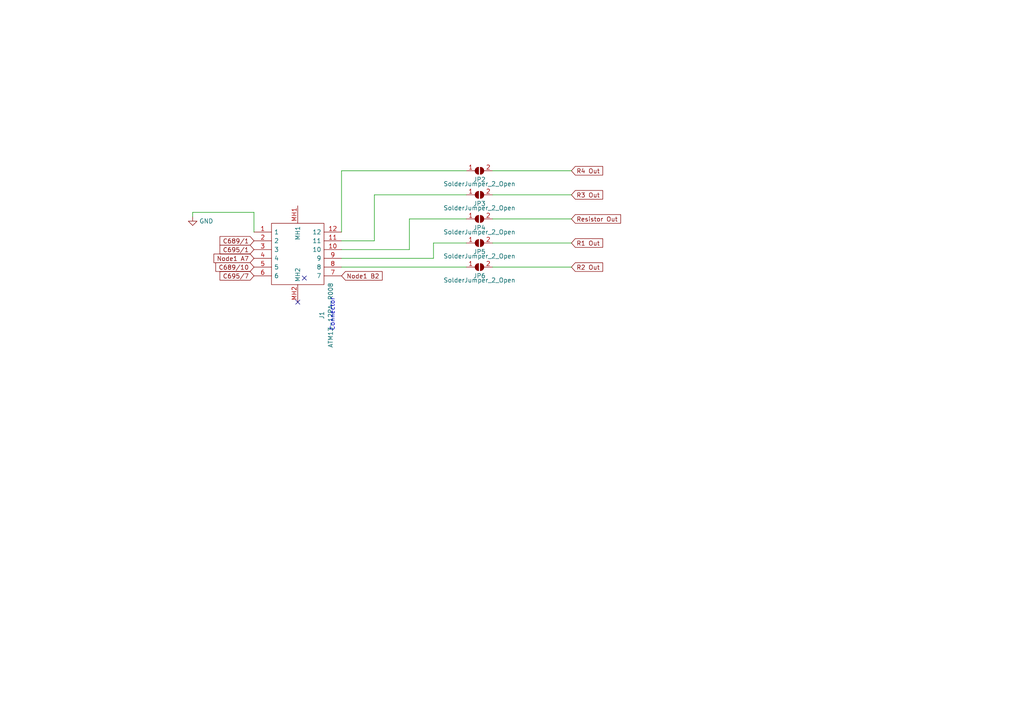
<source format=kicad_sch>
(kicad_sch (version 20211123) (generator eeschema)
  (paper "A4")
  (lib_symbols
    (symbol "Jumper:SolderJumper_2_Open" (pin_names (offset 0) hide)
      (property "Reference" "JP" (at 0 2.032 0))
      (property "Value" "SolderJumper_2_Open" (at 0 -2.54 0))
      (symbol "SolderJumper_2_Open_0_1"
        (arc (start -0.254 1.016) (mid -1.27 0) (end -0.254 -1.016))
        (arc (start -0.254 1.016) (mid -1.27 0) (end -0.254 -1.016) (fill (type outline)))
        (polyline (pts (xy -0.254 1.016) (xy -0.254 -1.016)))
        (polyline (pts (xy 0.254 1.016) (xy 0.254 -1.016)))
        (arc (start 0.254 -1.016) (mid 1.27 0) (end 0.254 1.016))
        (arc (start 0.254 -1.016) (mid 1.27 0) (end 0.254 1.016) (fill (type outline)))
      )
      (symbol "SolderJumper_2_Open_1_1"
        (pin passive line (at -3.81 0 0) (length 2.54) (name "A") (number "1"))
        (pin passive line (at 3.81 0 180) (length 2.54) (name "B") (number "2"))
      )
    )
    (symbol "New_Library:ATM13-12PA-R008" (pin_names (offset 0.762))
      (property "Reference" "J" (at 24.13 12.7 0))
      (property "Value" "ATM13-12PA-R008" (at 24.13 10.16 0))
      (symbol "ATM13-12PA-R008_0_0"
        (pin passive line (at 20.32 12.7 270) (length 5.08) (name "1") (number "1"))
        (pin passive line (at 15.24 -12.7 90) (length 5.08) (name "10") (number "10"))
        (pin passive line (at 17.78 -12.7 90) (length 5.08) (name "11") (number "11"))
        (pin passive line (at 20.32 -12.7 90) (length 5.08) (name "12") (number "12"))
        (pin passive line (at 17.78 12.7 270) (length 5.08) (name "2") (number "2"))
        (pin passive line (at 15.24 12.7 270) (length 5.08) (name "3") (number "3"))
        (pin passive line (at 12.7 12.7 270) (length 5.08) (name "4") (number "4"))
        (pin passive line (at 10.16 12.7 270) (length 5.08) (name "5") (number "5"))
        (pin passive line (at 7.62 12.7 270) (length 5.08) (name "6") (number "6"))
        (pin passive line (at 7.62 -12.7 90) (length 5.08) (name "7") (number "7"))
        (pin passive line (at 10.16 -12.7 90) (length 5.08) (name "8") (number "8"))
        (pin passive line (at 12.7 -12.7 90) (length 5.08) (name "9") (number "9"))
        (pin passive line (at 27.94 0 180) (length 5.08) (name "MH1") (number "MH1"))
        (pin passive line (at 0 0 0) (length 5.08) (name "MH2") (number "MH2"))
      )
      (symbol "ATM13-12PA-R008_0_1"
        (polyline (pts (xy 5.08 7.62) (xy 22.86 7.62) (xy 22.86 -7.62) (xy 5.08 -7.62) (xy 5.08 7.62)) (stroke (width 0.1524)))
      )
    )
    (symbol "power:GND" (power) (pin_names (offset 0))
      (property "Value" "GND" (at 0 -3.81 0))
      (symbol "GND_0_1"
        (polyline (pts (xy 0 0) (xy 0 -1.27) (xy 1.27 -1.27) (xy 0 -2.54) (xy -1.27 -1.27) (xy 0 -1.27)))
      )
      (symbol "GND_1_1"
        (pin power_in line (at 0 0 270) (length 0) hide (name "GND") (number "1"))
      )
    )
  )
  (no_connect (at 86.36 87.63))
  (no_connect (at 88.265 80.645))
  (wire (pts (xy 55.88 61.595) (xy 55.88 62.865)))
  (wire (pts (xy 99.06 49.53) (xy 99.06 67.31)))
  (wire (pts (xy 165.735 77.47) (xy 142.875 77.47)))
  (wire (pts (xy 135.255 56.515) (xy 108.585 56.515)))
  (wire (pts (xy 142.875 70.485) (xy 165.735 70.485)))
  (wire (pts (xy 55.88 61.595) (xy 73.66 61.595)))
  (wire (pts (xy 142.875 49.53) (xy 165.735 49.53)))
  (wire (pts (xy 125.73 70.485) (xy 135.255 70.485)))
  (wire (pts (xy 108.585 69.85) (xy 99.06 69.85)))
  (wire (pts (xy 135.255 77.47) (xy 99.06 77.47)))
  (wire (pts (xy 135.255 49.53) (xy 99.06 49.53)))
  (wire (pts (xy 125.73 74.93) (xy 125.73 70.485)))
  (wire (pts (xy 142.875 56.515) (xy 165.735 56.515)))
  (wire (pts (xy 142.875 63.5) (xy 165.735 63.5)))
  (wire (pts (xy 118.745 63.5) (xy 118.745 72.39)))
  (wire (pts (xy 118.745 72.39) (xy 99.06 72.39)))
  (wire (pts (xy 99.06 74.93) (xy 125.73 74.93)))
  (wire (pts (xy 135.255 63.5) (xy 118.745 63.5)))
  (wire (pts (xy 108.585 56.515) (xy 108.585 69.85)))
  (wire (pts (xy 73.66 61.595) (xy 73.66 67.31)))
  (text "Connector" (at 97.155 86.36 270) (effects (font (size 1.27 1.27)) (justify right bottom)))
  (global_label "C689{slash}1" (shape input) (at 73.66 69.85 180) (property "Intersheet References" "${INTERSHEET_REFS}" (effects hide)))
  (global_label "Node1 B2" (shape input) (at 99.06 80.01 0) (property "Intersheet References" "${INTERSHEET_REFS}" (effects hide)))
  (global_label "R1 Out" (shape input) (at 165.735 70.485 0) (property "Intersheet References" "${INTERSHEET_REFS}" (effects hide)))
  (global_label "C689{slash}10" (shape input) (at 73.66 77.47 180) (property "Intersheet References" "${INTERSHEET_REFS}" (effects hide)))
  (global_label "Resistor Out" (shape input) (at 165.735 63.5 0) (property "Intersheet References" "${INTERSHEET_REFS}" (effects hide)))
  (global_label "R3 Out" (shape input) (at 165.735 56.515 0) (property "Intersheet References" "${INTERSHEET_REFS}" (effects hide)))
  (global_label "C695{slash}1" (shape input) (at 73.66 72.39 180) (property "Intersheet References" "${INTERSHEET_REFS}" (effects hide)))
  (global_label "C695{slash}7" (shape input) (at 73.66 80.01 180) (property "Intersheet References" "${INTERSHEET_REFS}" (effects hide)))
  (global_label "R2 Out" (shape input) (at 165.735 77.47 0) (property "Intersheet References" "${INTERSHEET_REFS}" (effects hide)))
  (global_label "Node1 A7" (shape input) (at 73.66 74.93 180) (property "Intersheet References" "${INTERSHEET_REFS}" (effects hide)))
  (global_label "R4 Out" (shape input) (at 165.735 49.53 0) (property "Intersheet References" "${INTERSHEET_REFS}" (effects hide)))
  (symbol (lib_id "Jumper:SolderJumper_2_Open") (at 139.065 49.53 0) (unit 1) (in_bom no)
    (property "Reference" "JP2" (at 139.065 52.07 0))
    (property "Value" "SolderJumper_2_Open" (at 139.065 53.34 0))
    (property "Footprint" "Jumper:SolderJumper-2_P1.3mm_Open_Pad1.0x1.5mm" (effects hide))
  )
  (symbol (lib_id "New_Library:ATM13-12PA-R008") (at 86.36 87.63 90) (unit 1)
    (property "Reference" "J1" (at 93.345 91.44 0))
    (property "Value" "ATM13-12PA-R008" (at 95.885 91.44 0))
    (property "Footprint" "Library:ATM1312PAR008" (effects hide))
    (property "Datasheet" "https://au.mouser.com/ProductDetail/Amphenol-SINE-Systems/ATM13-12PA-R008?qs=sGAEpiMZZMv0NwlthflBi2qiZjjoRrlx4x%252ByD39Q6N8%3D" (effects hide))
    (property "MPN" "ATM13-12PA-R008" (effects hide))
  )
  (symbol (lib_id "power:GND") (at 55.88 62.865 0) (unit 1)
    (property "Reference" "#PWR0101" (effects hide))
    (property "Value" "GND" (at 57.785 64.1349 0) (effects (justify left)))
  )
  (symbol (lib_id "Jumper:SolderJumper_2_Open") (at 139.065 70.485 0) (unit 1) (in_bom no)
    (property "Reference" "JP5" (at 139.065 73.025 0))
    (property "Value" "SolderJumper_2_Open" (at 139.065 74.295 0))
    (property "Footprint" "Jumper:SolderJumper-2_P1.3mm_Open_Pad1.0x1.5mm" (effects hide))
  )
  (symbol (lib_id "Jumper:SolderJumper_2_Open") (at 139.065 56.515 0) (unit 1) (in_bom no)
    (property "Reference" "JP3" (at 139.065 59.055 0))
    (property "Value" "SolderJumper_2_Open" (at 139.065 60.325 0))
    (property "Footprint" "Jumper:SolderJumper-2_P1.3mm_Open_Pad1.0x1.5mm" (effects hide))
  )
  (symbol (lib_id "Jumper:SolderJumper_2_Open") (at 139.065 63.5 0) (unit 1) (in_bom no)
    (property "Reference" "JP4" (at 139.065 66.04 0))
    (property "Value" "SolderJumper_2_Open" (at 139.065 67.31 0))
    (property "Footprint" "Jumper:SolderJumper-2_P1.3mm_Open_Pad1.0x1.5mm" (effects hide))
  )
  (symbol (lib_id "Jumper:SolderJumper_2_Open") (at 139.065 77.47 0) (unit 1) (in_bom no)
    (property "Reference" "JP6" (at 139.065 80.01 0))
    (property "Value" "SolderJumper_2_Open" (at 139.065 81.28 0))
    (property "Footprint" "Jumper:SolderJumper-2_P1.3mm_Open_Pad1.0x1.5mm" (effects hide))
  )
)
</source>
